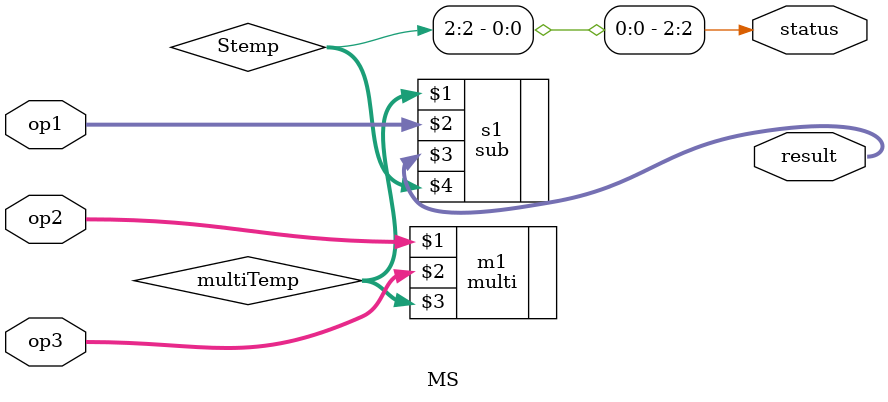
<source format=v>
module MS(op1,op2,op3,result,status);
input [7:0] op1,op2,op3;
output [7:0] result;
output reg [3:0] status;
wire [7:0] multiTemp;
wire [3:0] Stemp;
multi m1(op2,op3,multiTemp);
sub s1(multiTemp,op1,result,Stemp);
always@* begin
status[2] = Stemp[2];
end
endmodule

</source>
